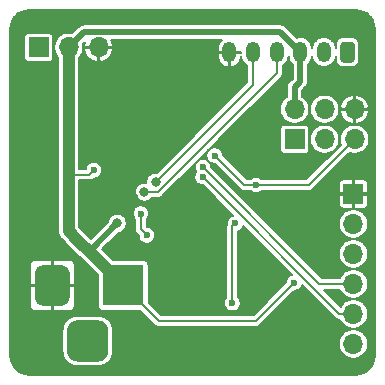
<source format=gbl>
%TF.GenerationSoftware,KiCad,Pcbnew,(5.1.12)-1*%
%TF.CreationDate,2021-12-20T15:12:04-08:00*%
%TF.ProjectId,controlBoard,636f6e74-726f-46c4-926f-6172642e6b69,rev?*%
%TF.SameCoordinates,Original*%
%TF.FileFunction,Copper,L2,Bot*%
%TF.FilePolarity,Positive*%
%FSLAX46Y46*%
G04 Gerber Fmt 4.6, Leading zero omitted, Abs format (unit mm)*
G04 Created by KiCad (PCBNEW (5.1.12)-1) date 2021-12-20 15:12:04*
%MOMM*%
%LPD*%
G01*
G04 APERTURE LIST*
%TA.AperFunction,ComponentPad*%
%ADD10O,1.200000X1.750000*%
%TD*%
%TA.AperFunction,ComponentPad*%
%ADD11O,1.700000X1.700000*%
%TD*%
%TA.AperFunction,ComponentPad*%
%ADD12R,1.700000X1.700000*%
%TD*%
%TA.AperFunction,ComponentPad*%
%ADD13R,3.500000X3.500000*%
%TD*%
%TA.AperFunction,ViaPad*%
%ADD14C,0.800000*%
%TD*%
%TA.AperFunction,ViaPad*%
%ADD15C,0.600000*%
%TD*%
%TA.AperFunction,Conductor*%
%ADD16C,0.500000*%
%TD*%
%TA.AperFunction,Conductor*%
%ADD17C,1.000000*%
%TD*%
%TA.AperFunction,Conductor*%
%ADD18C,0.200000*%
%TD*%
%TA.AperFunction,Conductor*%
%ADD19C,0.100000*%
%TD*%
G04 APERTURE END LIST*
D10*
X159750000Y-73250000D03*
X161750000Y-73250000D03*
X163750000Y-73250000D03*
X165750000Y-73250000D03*
X167750000Y-73250000D03*
%TA.AperFunction,ComponentPad*%
G36*
G01*
X170350000Y-72624999D02*
X170350000Y-73875001D01*
G75*
G02*
X170100001Y-74125000I-249999J0D01*
G01*
X169399999Y-74125000D01*
G75*
G02*
X169150000Y-73875001I0J249999D01*
G01*
X169150000Y-72624999D01*
G75*
G02*
X169399999Y-72375000I249999J0D01*
G01*
X170100001Y-72375000D01*
G75*
G02*
X170350000Y-72624999I0J-249999D01*
G01*
G37*
%TD.AperFunction*%
D11*
X170250000Y-97950000D03*
X170250000Y-95410000D03*
X170250000Y-92870000D03*
X170250000Y-90330000D03*
X170250000Y-87790000D03*
D12*
X170250000Y-85250000D03*
%TA.AperFunction,ComponentPad*%
G36*
G01*
X146000000Y-98575000D02*
X146000000Y-96825000D01*
G75*
G02*
X146875000Y-95950000I875000J0D01*
G01*
X148625000Y-95950000D01*
G75*
G02*
X149500000Y-96825000I0J-875000D01*
G01*
X149500000Y-98575000D01*
G75*
G02*
X148625000Y-99450000I-875000J0D01*
G01*
X146875000Y-99450000D01*
G75*
G02*
X146000000Y-98575000I0J875000D01*
G01*
G37*
%TD.AperFunction*%
%TA.AperFunction,ComponentPad*%
G36*
G01*
X143250000Y-94000000D02*
X143250000Y-92000000D01*
G75*
G02*
X144000000Y-91250000I750000J0D01*
G01*
X145500000Y-91250000D01*
G75*
G02*
X146250000Y-92000000I0J-750000D01*
G01*
X146250000Y-94000000D01*
G75*
G02*
X145500000Y-94750000I-750000J0D01*
G01*
X144000000Y-94750000D01*
G75*
G02*
X143250000Y-94000000I0J750000D01*
G01*
G37*
%TD.AperFunction*%
D13*
X150750000Y-93000000D03*
D11*
X170346200Y-78084000D03*
X170346200Y-80624000D03*
X167806200Y-78084000D03*
X167806200Y-80624000D03*
X165266200Y-78084000D03*
D12*
X165266200Y-80624000D03*
D11*
X148680000Y-72851600D03*
X146140000Y-72851600D03*
D12*
X143600000Y-72851600D03*
D14*
X150250000Y-87750000D03*
D15*
X165250000Y-92750000D03*
X148250000Y-83250000D03*
X147500000Y-85250000D03*
X150500000Y-77250000D03*
X154750000Y-79750000D03*
X151750000Y-85500000D03*
X142250000Y-83750000D03*
X150500000Y-83750000D03*
X156000000Y-84000000D03*
X149500000Y-82250000D03*
X148500000Y-76250000D03*
D14*
X162560000Y-86360000D03*
X168000000Y-91750000D03*
D15*
X152750000Y-88750000D03*
X152250000Y-86909800D03*
X160000000Y-94500000D03*
X160250000Y-87750000D03*
X158500000Y-82000000D03*
X162000000Y-84500000D03*
X157475737Y-83824266D03*
X157500000Y-83000000D03*
D14*
X153500000Y-84250000D03*
X152554987Y-85097507D03*
D16*
X146875000Y-88875000D02*
X146875000Y-89125000D01*
D17*
X146875000Y-89125000D02*
X146140000Y-88390000D01*
D16*
X164051599Y-71551599D02*
X165750000Y-73250000D01*
X147440001Y-71551599D02*
X164051599Y-71551599D01*
X146140000Y-72851600D02*
X147440001Y-71551599D01*
X165266200Y-78084000D02*
X165266200Y-76233800D01*
X165750000Y-75750000D02*
X165750000Y-73250000D01*
X165266200Y-76233800D02*
X165750000Y-75750000D01*
D18*
X165250000Y-92750000D02*
X162000000Y-96000000D01*
X153750000Y-96000000D02*
X150750000Y-93000000D01*
X162000000Y-96000000D02*
X153750000Y-96000000D01*
X147890000Y-83610000D02*
X146140000Y-83610000D01*
D17*
X146140000Y-83610000D02*
X146140000Y-72851600D01*
D18*
X148250000Y-83250000D02*
X147890000Y-83610000D01*
D17*
X146140000Y-88390000D02*
X146140000Y-83610000D01*
D16*
X148125000Y-89875000D02*
X148125000Y-90375000D01*
X150250000Y-87750000D02*
X148125000Y-89875000D01*
D17*
X148125000Y-90375000D02*
X146875000Y-89125000D01*
X150750000Y-93000000D02*
X148125000Y-90375000D01*
D18*
X152250000Y-88250000D02*
X152250000Y-86909800D01*
X152750000Y-88750000D02*
X152250000Y-88250000D01*
X160000000Y-88000000D02*
X160250000Y-87750000D01*
X160000000Y-94500000D02*
X160000000Y-88000000D01*
X161000000Y-84500000D02*
X162000000Y-84500000D01*
X158500000Y-82000000D02*
X161000000Y-84500000D01*
X166470200Y-84500000D02*
X163175000Y-84500000D01*
X170346200Y-80624000D02*
X166470200Y-84500000D01*
X162000000Y-84500000D02*
X163175000Y-84500000D01*
X169061471Y-95410000D02*
X170250000Y-95410000D01*
X157475737Y-83824266D02*
X169061471Y-95410000D01*
X167370000Y-92870000D02*
X170250000Y-92870000D01*
X157500000Y-83000000D02*
X167370000Y-92870000D01*
X161750000Y-76000000D02*
X161750000Y-73250000D01*
X153500000Y-84250000D02*
X161750000Y-76000000D01*
X163750000Y-75036002D02*
X163750000Y-73250000D01*
X153688495Y-85097507D02*
X163750000Y-75036002D01*
X152554987Y-85097507D02*
X153688495Y-85097507D01*
X170800642Y-69731636D02*
X171089839Y-69818950D01*
X171356563Y-69960770D01*
X171590666Y-70151701D01*
X171783219Y-70384457D01*
X171926899Y-70650189D01*
X172016227Y-70938760D01*
X172050001Y-71260098D01*
X172050000Y-98977994D01*
X172018364Y-99300642D01*
X171931050Y-99589839D01*
X171789230Y-99856563D01*
X171598303Y-100090662D01*
X171365544Y-100283219D01*
X171099812Y-100426899D01*
X170811238Y-100516227D01*
X170489912Y-100550000D01*
X142772006Y-100550000D01*
X142449358Y-100518364D01*
X142160161Y-100431050D01*
X141893437Y-100289230D01*
X141659338Y-100098303D01*
X141466781Y-99865544D01*
X141323101Y-99599812D01*
X141233773Y-99311238D01*
X141200000Y-98989912D01*
X141200000Y-96825000D01*
X145598065Y-96825000D01*
X145598065Y-98575000D01*
X145622601Y-98824118D01*
X145695266Y-99063662D01*
X145813267Y-99284427D01*
X145972071Y-99477929D01*
X146165573Y-99636733D01*
X146386338Y-99754734D01*
X146625882Y-99827399D01*
X146875000Y-99851935D01*
X148625000Y-99851935D01*
X148874118Y-99827399D01*
X149113662Y-99754734D01*
X149334427Y-99636733D01*
X149527929Y-99477929D01*
X149686733Y-99284427D01*
X149804734Y-99063662D01*
X149877399Y-98824118D01*
X149901935Y-98575000D01*
X149901935Y-97826886D01*
X169000000Y-97826886D01*
X169000000Y-98073114D01*
X169048037Y-98314611D01*
X169142265Y-98542097D01*
X169279062Y-98746828D01*
X169453172Y-98920938D01*
X169657903Y-99057735D01*
X169885389Y-99151963D01*
X170126886Y-99200000D01*
X170373114Y-99200000D01*
X170614611Y-99151963D01*
X170842097Y-99057735D01*
X171046828Y-98920938D01*
X171220938Y-98746828D01*
X171357735Y-98542097D01*
X171451963Y-98314611D01*
X171500000Y-98073114D01*
X171500000Y-97826886D01*
X171451963Y-97585389D01*
X171357735Y-97357903D01*
X171220938Y-97153172D01*
X171046828Y-96979062D01*
X170842097Y-96842265D01*
X170614611Y-96748037D01*
X170373114Y-96700000D01*
X170126886Y-96700000D01*
X169885389Y-96748037D01*
X169657903Y-96842265D01*
X169453172Y-96979062D01*
X169279062Y-97153172D01*
X169142265Y-97357903D01*
X169048037Y-97585389D01*
X169000000Y-97826886D01*
X149901935Y-97826886D01*
X149901935Y-96825000D01*
X149877399Y-96575882D01*
X149804734Y-96336338D01*
X149686733Y-96115573D01*
X149527929Y-95922071D01*
X149334427Y-95763267D01*
X149113662Y-95645266D01*
X148874118Y-95572601D01*
X148625000Y-95548065D01*
X146875000Y-95548065D01*
X146625882Y-95572601D01*
X146386338Y-95645266D01*
X146165573Y-95763267D01*
X145972071Y-95922071D01*
X145813267Y-96115573D01*
X145695266Y-96336338D01*
X145622601Y-96575882D01*
X145598065Y-96825000D01*
X141200000Y-96825000D01*
X141200000Y-94750000D01*
X142848065Y-94750000D01*
X142855788Y-94828414D01*
X142878660Y-94903814D01*
X142915803Y-94973303D01*
X142965789Y-95034211D01*
X143026697Y-95084197D01*
X143096186Y-95121340D01*
X143171586Y-95144212D01*
X143250000Y-95151935D01*
X144600000Y-95150000D01*
X144700000Y-95050000D01*
X144700000Y-93050000D01*
X144800000Y-93050000D01*
X144800000Y-95050000D01*
X144900000Y-95150000D01*
X146250000Y-95151935D01*
X146328414Y-95144212D01*
X146403814Y-95121340D01*
X146473303Y-95084197D01*
X146534211Y-95034211D01*
X146584197Y-94973303D01*
X146621340Y-94903814D01*
X146644212Y-94828414D01*
X146651935Y-94750000D01*
X146650000Y-93150000D01*
X146550000Y-93050000D01*
X144800000Y-93050000D01*
X144700000Y-93050000D01*
X142950000Y-93050000D01*
X142850000Y-93150000D01*
X142848065Y-94750000D01*
X141200000Y-94750000D01*
X141200000Y-91250000D01*
X142848065Y-91250000D01*
X142850000Y-92850000D01*
X142950000Y-92950000D01*
X144700000Y-92950000D01*
X144700000Y-90950000D01*
X144800000Y-90950000D01*
X144800000Y-92950000D01*
X146550000Y-92950000D01*
X146650000Y-92850000D01*
X146651935Y-91250000D01*
X146644212Y-91171586D01*
X146621340Y-91096186D01*
X146584197Y-91026697D01*
X146534211Y-90965789D01*
X146473303Y-90915803D01*
X146403814Y-90878660D01*
X146328414Y-90855788D01*
X146250000Y-90848065D01*
X144900000Y-90850000D01*
X144800000Y-90950000D01*
X144700000Y-90950000D01*
X144600000Y-90850000D01*
X143250000Y-90848065D01*
X143171586Y-90855788D01*
X143096186Y-90878660D01*
X143026697Y-90915803D01*
X142965789Y-90965789D01*
X142915803Y-91026697D01*
X142878660Y-91096186D01*
X142855788Y-91171586D01*
X142848065Y-91250000D01*
X141200000Y-91250000D01*
X141200000Y-72001600D01*
X142348065Y-72001600D01*
X142348065Y-73701600D01*
X142355788Y-73780014D01*
X142378660Y-73855414D01*
X142415803Y-73924903D01*
X142465789Y-73985811D01*
X142526697Y-74035797D01*
X142596186Y-74072940D01*
X142671586Y-74095812D01*
X142750000Y-74103535D01*
X144450000Y-74103535D01*
X144528414Y-74095812D01*
X144603814Y-74072940D01*
X144673303Y-74035797D01*
X144734211Y-73985811D01*
X144784197Y-73924903D01*
X144821340Y-73855414D01*
X144844212Y-73780014D01*
X144851935Y-73701600D01*
X144851935Y-72728486D01*
X144890000Y-72728486D01*
X144890000Y-72974714D01*
X144938037Y-73216211D01*
X145032265Y-73443697D01*
X145169062Y-73648428D01*
X145240001Y-73719367D01*
X145240000Y-83654206D01*
X145240001Y-83654216D01*
X145240000Y-88345793D01*
X145235646Y-88390000D01*
X145240000Y-88434206D01*
X145253023Y-88566430D01*
X145304486Y-88736080D01*
X145388057Y-88892431D01*
X145500525Y-89029475D01*
X145534865Y-89057657D01*
X146269862Y-89792655D01*
X146269867Y-89792659D01*
X147519862Y-91042655D01*
X147519868Y-91042660D01*
X148598065Y-92120857D01*
X148598065Y-94750000D01*
X148605788Y-94828414D01*
X148628660Y-94903814D01*
X148665803Y-94973303D01*
X148715789Y-95034211D01*
X148776697Y-95084197D01*
X148846186Y-95121340D01*
X148921586Y-95144212D01*
X149000000Y-95151935D01*
X152194829Y-95151935D01*
X153379080Y-96336187D01*
X153394736Y-96355264D01*
X153470871Y-96417746D01*
X153557733Y-96464175D01*
X153651983Y-96492765D01*
X153750000Y-96502419D01*
X153774560Y-96500000D01*
X161975440Y-96500000D01*
X162000000Y-96502419D01*
X162024560Y-96500000D01*
X162098017Y-96492765D01*
X162192267Y-96464175D01*
X162279129Y-96417746D01*
X162355264Y-96355264D01*
X162370929Y-96336176D01*
X165257106Y-93450000D01*
X165318944Y-93450000D01*
X165454182Y-93423099D01*
X165581574Y-93370332D01*
X165696224Y-93293726D01*
X165793726Y-93196224D01*
X165870332Y-93081574D01*
X165915908Y-92971543D01*
X168690546Y-95746181D01*
X168706207Y-95765264D01*
X168782342Y-95827746D01*
X168869204Y-95874175D01*
X168963454Y-95902765D01*
X169036911Y-95910000D01*
X169036912Y-95910000D01*
X169061470Y-95912419D01*
X169086028Y-95910000D01*
X169104117Y-95910000D01*
X169142265Y-96002097D01*
X169279062Y-96206828D01*
X169453172Y-96380938D01*
X169657903Y-96517735D01*
X169885389Y-96611963D01*
X170126886Y-96660000D01*
X170373114Y-96660000D01*
X170614611Y-96611963D01*
X170842097Y-96517735D01*
X171046828Y-96380938D01*
X171220938Y-96206828D01*
X171357735Y-96002097D01*
X171451963Y-95774611D01*
X171500000Y-95533114D01*
X171500000Y-95286886D01*
X171451963Y-95045389D01*
X171357735Y-94817903D01*
X171220938Y-94613172D01*
X171046828Y-94439062D01*
X170842097Y-94302265D01*
X170614611Y-94208037D01*
X170373114Y-94160000D01*
X170126886Y-94160000D01*
X169885389Y-94208037D01*
X169657903Y-94302265D01*
X169453172Y-94439062D01*
X169279062Y-94613172D01*
X169155970Y-94797393D01*
X167728577Y-93370000D01*
X169104117Y-93370000D01*
X169142265Y-93462097D01*
X169279062Y-93666828D01*
X169453172Y-93840938D01*
X169657903Y-93977735D01*
X169885389Y-94071963D01*
X170126886Y-94120000D01*
X170373114Y-94120000D01*
X170614611Y-94071963D01*
X170842097Y-93977735D01*
X171046828Y-93840938D01*
X171220938Y-93666828D01*
X171357735Y-93462097D01*
X171451963Y-93234611D01*
X171500000Y-92993114D01*
X171500000Y-92746886D01*
X171451963Y-92505389D01*
X171357735Y-92277903D01*
X171220938Y-92073172D01*
X171046828Y-91899062D01*
X170842097Y-91762265D01*
X170614611Y-91668037D01*
X170373114Y-91620000D01*
X170126886Y-91620000D01*
X169885389Y-91668037D01*
X169657903Y-91762265D01*
X169453172Y-91899062D01*
X169279062Y-92073172D01*
X169142265Y-92277903D01*
X169104117Y-92370000D01*
X167577107Y-92370000D01*
X165413993Y-90206886D01*
X169000000Y-90206886D01*
X169000000Y-90453114D01*
X169048037Y-90694611D01*
X169142265Y-90922097D01*
X169279062Y-91126828D01*
X169453172Y-91300938D01*
X169657903Y-91437735D01*
X169885389Y-91531963D01*
X170126886Y-91580000D01*
X170373114Y-91580000D01*
X170614611Y-91531963D01*
X170842097Y-91437735D01*
X171046828Y-91300938D01*
X171220938Y-91126828D01*
X171357735Y-90922097D01*
X171451963Y-90694611D01*
X171500000Y-90453114D01*
X171500000Y-90206886D01*
X171451963Y-89965389D01*
X171357735Y-89737903D01*
X171220938Y-89533172D01*
X171046828Y-89359062D01*
X170842097Y-89222265D01*
X170614611Y-89128037D01*
X170373114Y-89080000D01*
X170126886Y-89080000D01*
X169885389Y-89128037D01*
X169657903Y-89222265D01*
X169453172Y-89359062D01*
X169279062Y-89533172D01*
X169142265Y-89737903D01*
X169048037Y-89965389D01*
X169000000Y-90206886D01*
X165413993Y-90206886D01*
X162873993Y-87666886D01*
X169000000Y-87666886D01*
X169000000Y-87913114D01*
X169048037Y-88154611D01*
X169142265Y-88382097D01*
X169279062Y-88586828D01*
X169453172Y-88760938D01*
X169657903Y-88897735D01*
X169885389Y-88991963D01*
X170126886Y-89040000D01*
X170373114Y-89040000D01*
X170614611Y-88991963D01*
X170842097Y-88897735D01*
X171046828Y-88760938D01*
X171220938Y-88586828D01*
X171357735Y-88382097D01*
X171451963Y-88154611D01*
X171500000Y-87913114D01*
X171500000Y-87666886D01*
X171451963Y-87425389D01*
X171357735Y-87197903D01*
X171220938Y-86993172D01*
X171046828Y-86819062D01*
X170842097Y-86682265D01*
X170614611Y-86588037D01*
X170373114Y-86540000D01*
X170126886Y-86540000D01*
X169885389Y-86588037D01*
X169657903Y-86682265D01*
X169453172Y-86819062D01*
X169279062Y-86993172D01*
X169142265Y-87197903D01*
X169048037Y-87425389D01*
X169000000Y-87666886D01*
X162873993Y-87666886D01*
X161307106Y-86100000D01*
X168998065Y-86100000D01*
X169005788Y-86178414D01*
X169028660Y-86253814D01*
X169065803Y-86323303D01*
X169115789Y-86384211D01*
X169176697Y-86434197D01*
X169246186Y-86471340D01*
X169321586Y-86494212D01*
X169400000Y-86501935D01*
X170100000Y-86500000D01*
X170200000Y-86400000D01*
X170200000Y-85300000D01*
X170300000Y-85300000D01*
X170300000Y-86400000D01*
X170400000Y-86500000D01*
X171100000Y-86501935D01*
X171178414Y-86494212D01*
X171253814Y-86471340D01*
X171323303Y-86434197D01*
X171384211Y-86384211D01*
X171434197Y-86323303D01*
X171471340Y-86253814D01*
X171494212Y-86178414D01*
X171501935Y-86100000D01*
X171500000Y-85400000D01*
X171400000Y-85300000D01*
X170300000Y-85300000D01*
X170200000Y-85300000D01*
X169100000Y-85300000D01*
X169000000Y-85400000D01*
X168998065Y-86100000D01*
X161307106Y-86100000D01*
X158200000Y-82992895D01*
X158200000Y-82931056D01*
X158173099Y-82795818D01*
X158120332Y-82668426D01*
X158043726Y-82553776D01*
X157946224Y-82456274D01*
X157831574Y-82379668D01*
X157704182Y-82326901D01*
X157568944Y-82300000D01*
X157431056Y-82300000D01*
X157295818Y-82326901D01*
X157168426Y-82379668D01*
X157053776Y-82456274D01*
X156956274Y-82553776D01*
X156879668Y-82668426D01*
X156826901Y-82795818D01*
X156800000Y-82931056D01*
X156800000Y-83068944D01*
X156826901Y-83204182D01*
X156879668Y-83331574D01*
X156921364Y-83393977D01*
X156855405Y-83492692D01*
X156802638Y-83620084D01*
X156775737Y-83755322D01*
X156775737Y-83893210D01*
X156802638Y-84028448D01*
X156855405Y-84155840D01*
X156932011Y-84270490D01*
X157029513Y-84367992D01*
X157144163Y-84444598D01*
X157271555Y-84497365D01*
X157406793Y-84524266D01*
X157468632Y-84524266D01*
X160028458Y-87084092D01*
X159918426Y-87129668D01*
X159803776Y-87206274D01*
X159706274Y-87303776D01*
X159629668Y-87418426D01*
X159576901Y-87545818D01*
X159550000Y-87681056D01*
X159550000Y-87781216D01*
X159535826Y-87807733D01*
X159507235Y-87901983D01*
X159497581Y-88000000D01*
X159500001Y-88024570D01*
X159500000Y-94010050D01*
X159456274Y-94053776D01*
X159379668Y-94168426D01*
X159326901Y-94295818D01*
X159300000Y-94431056D01*
X159300000Y-94568944D01*
X159326901Y-94704182D01*
X159379668Y-94831574D01*
X159456274Y-94946224D01*
X159553776Y-95043726D01*
X159668426Y-95120332D01*
X159795818Y-95173099D01*
X159931056Y-95200000D01*
X160068944Y-95200000D01*
X160204182Y-95173099D01*
X160331574Y-95120332D01*
X160446224Y-95043726D01*
X160543726Y-94946224D01*
X160620332Y-94831574D01*
X160673099Y-94704182D01*
X160700000Y-94568944D01*
X160700000Y-94431056D01*
X160673099Y-94295818D01*
X160620332Y-94168426D01*
X160543726Y-94053776D01*
X160500000Y-94010050D01*
X160500000Y-88404121D01*
X160581574Y-88370332D01*
X160696224Y-88293726D01*
X160793726Y-88196224D01*
X160870332Y-88081574D01*
X160915908Y-87971542D01*
X165028457Y-92084092D01*
X164918426Y-92129668D01*
X164803776Y-92206274D01*
X164706274Y-92303776D01*
X164629668Y-92418426D01*
X164576901Y-92545818D01*
X164550000Y-92681056D01*
X164550000Y-92742894D01*
X161792895Y-95500000D01*
X153957107Y-95500000D01*
X152901935Y-94444829D01*
X152901935Y-91250000D01*
X152894212Y-91171586D01*
X152871340Y-91096186D01*
X152834197Y-91026697D01*
X152784211Y-90965789D01*
X152723303Y-90915803D01*
X152653814Y-90878660D01*
X152578414Y-90855788D01*
X152500000Y-90848065D01*
X149870857Y-90848065D01*
X148971015Y-89948223D01*
X150379280Y-88539958D01*
X150483351Y-88519257D01*
X150628942Y-88458951D01*
X150759970Y-88371401D01*
X150871401Y-88259970D01*
X150958951Y-88128942D01*
X151019257Y-87983351D01*
X151050000Y-87828793D01*
X151050000Y-87671207D01*
X151019257Y-87516649D01*
X150958951Y-87371058D01*
X150871401Y-87240030D01*
X150759970Y-87128599D01*
X150628942Y-87041049D01*
X150483351Y-86980743D01*
X150328793Y-86950000D01*
X150171207Y-86950000D01*
X150016649Y-86980743D01*
X149871058Y-87041049D01*
X149740030Y-87128599D01*
X149628599Y-87240030D01*
X149541049Y-87371058D01*
X149480743Y-87516649D01*
X149460042Y-87620720D01*
X148051777Y-89028985D01*
X147542659Y-88519867D01*
X147542655Y-88519862D01*
X147040000Y-88017208D01*
X147040000Y-86840856D01*
X151550000Y-86840856D01*
X151550000Y-86978744D01*
X151576901Y-87113982D01*
X151629668Y-87241374D01*
X151706274Y-87356024D01*
X151750001Y-87399751D01*
X151750000Y-88225440D01*
X151747581Y-88250000D01*
X151750000Y-88274559D01*
X151757235Y-88348016D01*
X151785825Y-88442266D01*
X151832254Y-88529129D01*
X151894736Y-88605264D01*
X151913823Y-88620929D01*
X152050000Y-88757106D01*
X152050000Y-88818944D01*
X152076901Y-88954182D01*
X152129668Y-89081574D01*
X152206274Y-89196224D01*
X152303776Y-89293726D01*
X152418426Y-89370332D01*
X152545818Y-89423099D01*
X152681056Y-89450000D01*
X152818944Y-89450000D01*
X152954182Y-89423099D01*
X153081574Y-89370332D01*
X153196224Y-89293726D01*
X153293726Y-89196224D01*
X153370332Y-89081574D01*
X153423099Y-88954182D01*
X153450000Y-88818944D01*
X153450000Y-88681056D01*
X153423099Y-88545818D01*
X153370332Y-88418426D01*
X153293726Y-88303776D01*
X153196224Y-88206274D01*
X153081574Y-88129668D01*
X152954182Y-88076901D01*
X152818944Y-88050000D01*
X152757106Y-88050000D01*
X152750000Y-88042894D01*
X152750000Y-87399750D01*
X152793726Y-87356024D01*
X152870332Y-87241374D01*
X152923099Y-87113982D01*
X152950000Y-86978744D01*
X152950000Y-86840856D01*
X152923099Y-86705618D01*
X152870332Y-86578226D01*
X152793726Y-86463576D01*
X152696224Y-86366074D01*
X152581574Y-86289468D01*
X152454182Y-86236701D01*
X152318944Y-86209800D01*
X152181056Y-86209800D01*
X152045818Y-86236701D01*
X151918426Y-86289468D01*
X151803776Y-86366074D01*
X151706274Y-86463576D01*
X151629668Y-86578226D01*
X151576901Y-86705618D01*
X151550000Y-86840856D01*
X147040000Y-86840856D01*
X147040000Y-84110000D01*
X147865440Y-84110000D01*
X147890000Y-84112419D01*
X147914560Y-84110000D01*
X147988017Y-84102765D01*
X148082267Y-84074175D01*
X148169129Y-84027746D01*
X148245264Y-83965264D01*
X148257791Y-83950000D01*
X148318944Y-83950000D01*
X148454182Y-83923099D01*
X148581574Y-83870332D01*
X148696224Y-83793726D01*
X148793726Y-83696224D01*
X148870332Y-83581574D01*
X148923099Y-83454182D01*
X148950000Y-83318944D01*
X148950000Y-83181056D01*
X148923099Y-83045818D01*
X148870332Y-82918426D01*
X148793726Y-82803776D01*
X148696224Y-82706274D01*
X148581574Y-82629668D01*
X148454182Y-82576901D01*
X148318944Y-82550000D01*
X148181056Y-82550000D01*
X148045818Y-82576901D01*
X147918426Y-82629668D01*
X147803776Y-82706274D01*
X147706274Y-82803776D01*
X147629668Y-82918426D01*
X147576901Y-83045818D01*
X147564134Y-83110000D01*
X147040000Y-83110000D01*
X147040000Y-73719366D01*
X147110938Y-73648428D01*
X147247735Y-73443697D01*
X147341963Y-73216211D01*
X147365800Y-73096371D01*
X147454197Y-73096371D01*
X147525503Y-73330810D01*
X147641176Y-73546833D01*
X147796770Y-73736139D01*
X147986306Y-73891452D01*
X148202500Y-74006805D01*
X148435229Y-74077401D01*
X148630000Y-74000513D01*
X148630000Y-72901600D01*
X148730000Y-72901600D01*
X148730000Y-74000513D01*
X148924771Y-74077401D01*
X149157500Y-74006805D01*
X149373694Y-73891452D01*
X149563230Y-73736139D01*
X149718824Y-73546833D01*
X149834497Y-73330810D01*
X149843868Y-73300000D01*
X158750000Y-73300000D01*
X158750000Y-73575000D01*
X158778969Y-73769130D01*
X158845254Y-73953878D01*
X158946308Y-74122144D01*
X159078248Y-74267463D01*
X159236003Y-74384249D01*
X159413510Y-74468015D01*
X159544377Y-74503631D01*
X159700000Y-74423610D01*
X159700000Y-73300000D01*
X158750000Y-73300000D01*
X149843868Y-73300000D01*
X149905803Y-73096371D01*
X149829002Y-72901600D01*
X148730000Y-72901600D01*
X148630000Y-72901600D01*
X147530998Y-72901600D01*
X147454197Y-73096371D01*
X147365800Y-73096371D01*
X147390000Y-72974714D01*
X147390000Y-72728486D01*
X147355549Y-72555290D01*
X147519844Y-72390994D01*
X147454197Y-72606829D01*
X147530998Y-72801600D01*
X148630000Y-72801600D01*
X148630000Y-72781600D01*
X148730000Y-72781600D01*
X148730000Y-72801600D01*
X149829002Y-72801600D01*
X149905803Y-72606829D01*
X149834497Y-72372390D01*
X149743044Y-72201599D01*
X159120039Y-72201599D01*
X159078248Y-72232537D01*
X158946308Y-72377856D01*
X158845254Y-72546122D01*
X158778969Y-72730870D01*
X158750000Y-72925000D01*
X158750000Y-73200000D01*
X159700000Y-73200000D01*
X159700000Y-73180000D01*
X159800000Y-73180000D01*
X159800000Y-73200000D01*
X160750000Y-73200000D01*
X160750000Y-73300000D01*
X159800000Y-73300000D01*
X159800000Y-74423610D01*
X159955623Y-74503631D01*
X160086490Y-74468015D01*
X160263997Y-74384249D01*
X160421752Y-74267463D01*
X160553692Y-74122144D01*
X160654746Y-73953878D01*
X160721031Y-73769130D01*
X160750000Y-73575000D01*
X160750000Y-73574120D01*
X160764470Y-73721033D01*
X160821651Y-73909534D01*
X160914508Y-74083258D01*
X161039472Y-74235528D01*
X161191742Y-74360492D01*
X161250001Y-74391632D01*
X161250000Y-75792893D01*
X153590555Y-83452340D01*
X153578793Y-83450000D01*
X153421207Y-83450000D01*
X153266649Y-83480743D01*
X153121058Y-83541049D01*
X152990030Y-83628599D01*
X152878599Y-83740030D01*
X152791049Y-83871058D01*
X152730743Y-84016649D01*
X152700000Y-84171207D01*
X152700000Y-84310679D01*
X152633780Y-84297507D01*
X152476194Y-84297507D01*
X152321636Y-84328250D01*
X152176045Y-84388556D01*
X152045017Y-84476106D01*
X151933586Y-84587537D01*
X151846036Y-84718565D01*
X151785730Y-84864156D01*
X151754987Y-85018714D01*
X151754987Y-85176300D01*
X151785730Y-85330858D01*
X151846036Y-85476449D01*
X151933586Y-85607477D01*
X152045017Y-85718908D01*
X152176045Y-85806458D01*
X152321636Y-85866764D01*
X152476194Y-85897507D01*
X152633780Y-85897507D01*
X152788338Y-85866764D01*
X152933929Y-85806458D01*
X153064957Y-85718908D01*
X153176388Y-85607477D01*
X153183050Y-85597507D01*
X153663935Y-85597507D01*
X153688495Y-85599926D01*
X153713055Y-85597507D01*
X153786512Y-85590272D01*
X153880762Y-85561682D01*
X153967624Y-85515253D01*
X154043759Y-85452771D01*
X154059424Y-85433683D01*
X157562051Y-81931056D01*
X157800000Y-81931056D01*
X157800000Y-82068944D01*
X157826901Y-82204182D01*
X157879668Y-82331574D01*
X157956274Y-82446224D01*
X158053776Y-82543726D01*
X158168426Y-82620332D01*
X158295818Y-82673099D01*
X158431056Y-82700000D01*
X158492895Y-82700000D01*
X160629075Y-84836181D01*
X160644736Y-84855264D01*
X160720871Y-84917746D01*
X160807733Y-84964175D01*
X160901983Y-84992765D01*
X161000000Y-85002419D01*
X161024560Y-85000000D01*
X161510050Y-85000000D01*
X161553776Y-85043726D01*
X161668426Y-85120332D01*
X161795818Y-85173099D01*
X161931056Y-85200000D01*
X162068944Y-85200000D01*
X162204182Y-85173099D01*
X162331574Y-85120332D01*
X162446224Y-85043726D01*
X162489950Y-85000000D01*
X166445640Y-85000000D01*
X166470200Y-85002419D01*
X166494760Y-85000000D01*
X166568217Y-84992765D01*
X166662467Y-84964175D01*
X166749329Y-84917746D01*
X166825464Y-84855264D01*
X166841129Y-84836176D01*
X167277305Y-84400000D01*
X168998065Y-84400000D01*
X169000000Y-85100000D01*
X169100000Y-85200000D01*
X170200000Y-85200000D01*
X170200000Y-84100000D01*
X170300000Y-84100000D01*
X170300000Y-85200000D01*
X171400000Y-85200000D01*
X171500000Y-85100000D01*
X171501935Y-84400000D01*
X171494212Y-84321586D01*
X171471340Y-84246186D01*
X171434197Y-84176697D01*
X171384211Y-84115789D01*
X171323303Y-84065803D01*
X171253814Y-84028660D01*
X171178414Y-84005788D01*
X171100000Y-83998065D01*
X170400000Y-84000000D01*
X170300000Y-84100000D01*
X170200000Y-84100000D01*
X170100000Y-84000000D01*
X169400000Y-83998065D01*
X169321586Y-84005788D01*
X169246186Y-84028660D01*
X169176697Y-84065803D01*
X169115789Y-84115789D01*
X169065803Y-84176697D01*
X169028660Y-84246186D01*
X169005788Y-84321586D01*
X168998065Y-84400000D01*
X167277305Y-84400000D01*
X169889492Y-81787815D01*
X169981589Y-81825963D01*
X170223086Y-81874000D01*
X170469314Y-81874000D01*
X170710811Y-81825963D01*
X170938297Y-81731735D01*
X171143028Y-81594938D01*
X171317138Y-81420828D01*
X171453935Y-81216097D01*
X171548163Y-80988611D01*
X171596200Y-80747114D01*
X171596200Y-80500886D01*
X171548163Y-80259389D01*
X171453935Y-80031903D01*
X171317138Y-79827172D01*
X171143028Y-79653062D01*
X170938297Y-79516265D01*
X170710811Y-79422037D01*
X170469314Y-79374000D01*
X170223086Y-79374000D01*
X169981589Y-79422037D01*
X169754103Y-79516265D01*
X169549372Y-79653062D01*
X169375262Y-79827172D01*
X169238465Y-80031903D01*
X169144237Y-80259389D01*
X169096200Y-80500886D01*
X169096200Y-80747114D01*
X169144237Y-80988611D01*
X169182385Y-81080708D01*
X166263095Y-84000000D01*
X162489950Y-84000000D01*
X162446224Y-83956274D01*
X162331574Y-83879668D01*
X162204182Y-83826901D01*
X162068944Y-83800000D01*
X161931056Y-83800000D01*
X161795818Y-83826901D01*
X161668426Y-83879668D01*
X161553776Y-83956274D01*
X161510050Y-84000000D01*
X161207106Y-84000000D01*
X159200000Y-81992895D01*
X159200000Y-81931056D01*
X159173099Y-81795818D01*
X159120332Y-81668426D01*
X159043726Y-81553776D01*
X158946224Y-81456274D01*
X158831574Y-81379668D01*
X158704182Y-81326901D01*
X158568944Y-81300000D01*
X158431056Y-81300000D01*
X158295818Y-81326901D01*
X158168426Y-81379668D01*
X158053776Y-81456274D01*
X157956274Y-81553776D01*
X157879668Y-81668426D01*
X157826901Y-81795818D01*
X157800000Y-81931056D01*
X157562051Y-81931056D01*
X159719107Y-79774000D01*
X164014265Y-79774000D01*
X164014265Y-81474000D01*
X164021988Y-81552414D01*
X164044860Y-81627814D01*
X164082003Y-81697303D01*
X164131989Y-81758211D01*
X164192897Y-81808197D01*
X164262386Y-81845340D01*
X164337786Y-81868212D01*
X164416200Y-81875935D01*
X166116200Y-81875935D01*
X166194614Y-81868212D01*
X166270014Y-81845340D01*
X166339503Y-81808197D01*
X166400411Y-81758211D01*
X166450397Y-81697303D01*
X166487540Y-81627814D01*
X166510412Y-81552414D01*
X166518135Y-81474000D01*
X166518135Y-80500886D01*
X166556200Y-80500886D01*
X166556200Y-80747114D01*
X166604237Y-80988611D01*
X166698465Y-81216097D01*
X166835262Y-81420828D01*
X167009372Y-81594938D01*
X167214103Y-81731735D01*
X167441589Y-81825963D01*
X167683086Y-81874000D01*
X167929314Y-81874000D01*
X168170811Y-81825963D01*
X168398297Y-81731735D01*
X168603028Y-81594938D01*
X168777138Y-81420828D01*
X168913935Y-81216097D01*
X169008163Y-80988611D01*
X169056200Y-80747114D01*
X169056200Y-80500886D01*
X169008163Y-80259389D01*
X168913935Y-80031903D01*
X168777138Y-79827172D01*
X168603028Y-79653062D01*
X168398297Y-79516265D01*
X168170811Y-79422037D01*
X167929314Y-79374000D01*
X167683086Y-79374000D01*
X167441589Y-79422037D01*
X167214103Y-79516265D01*
X167009372Y-79653062D01*
X166835262Y-79827172D01*
X166698465Y-80031903D01*
X166604237Y-80259389D01*
X166556200Y-80500886D01*
X166518135Y-80500886D01*
X166518135Y-79774000D01*
X166510412Y-79695586D01*
X166487540Y-79620186D01*
X166450397Y-79550697D01*
X166400411Y-79489789D01*
X166339503Y-79439803D01*
X166270014Y-79402660D01*
X166194614Y-79379788D01*
X166116200Y-79372065D01*
X164416200Y-79372065D01*
X164337786Y-79379788D01*
X164262386Y-79402660D01*
X164192897Y-79439803D01*
X164131989Y-79489789D01*
X164082003Y-79550697D01*
X164044860Y-79620186D01*
X164021988Y-79695586D01*
X164014265Y-79774000D01*
X159719107Y-79774000D01*
X164086187Y-75406922D01*
X164105264Y-75391266D01*
X164167746Y-75315131D01*
X164214175Y-75228269D01*
X164242765Y-75134019D01*
X164250000Y-75060562D01*
X164250000Y-75060561D01*
X164252419Y-75036002D01*
X164250000Y-75011442D01*
X164250000Y-74391631D01*
X164308258Y-74360492D01*
X164460528Y-74235528D01*
X164585492Y-74083258D01*
X164678349Y-73909535D01*
X164735530Y-73721034D01*
X164750000Y-73574120D01*
X164764470Y-73721033D01*
X164821651Y-73909534D01*
X164914508Y-74083258D01*
X165039472Y-74235528D01*
X165100001Y-74285202D01*
X165100000Y-75480761D01*
X164829157Y-75751605D01*
X164804358Y-75771957D01*
X164784005Y-75796757D01*
X164784002Y-75796760D01*
X164723130Y-75870932D01*
X164662773Y-75983853D01*
X164625606Y-76106378D01*
X164613056Y-76233800D01*
X164616201Y-76265731D01*
X164616201Y-77014954D01*
X164469372Y-77113062D01*
X164295262Y-77287172D01*
X164158465Y-77491903D01*
X164064237Y-77719389D01*
X164016200Y-77960886D01*
X164016200Y-78207114D01*
X164064237Y-78448611D01*
X164158465Y-78676097D01*
X164295262Y-78880828D01*
X164469372Y-79054938D01*
X164674103Y-79191735D01*
X164901589Y-79285963D01*
X165143086Y-79334000D01*
X165389314Y-79334000D01*
X165630811Y-79285963D01*
X165858297Y-79191735D01*
X166063028Y-79054938D01*
X166237138Y-78880828D01*
X166373935Y-78676097D01*
X166468163Y-78448611D01*
X166516200Y-78207114D01*
X166516200Y-77960886D01*
X166556200Y-77960886D01*
X166556200Y-78207114D01*
X166604237Y-78448611D01*
X166698465Y-78676097D01*
X166835262Y-78880828D01*
X167009372Y-79054938D01*
X167214103Y-79191735D01*
X167441589Y-79285963D01*
X167683086Y-79334000D01*
X167929314Y-79334000D01*
X168170811Y-79285963D01*
X168398297Y-79191735D01*
X168603028Y-79054938D01*
X168777138Y-78880828D01*
X168913935Y-78676097D01*
X169008163Y-78448611D01*
X169032000Y-78328771D01*
X169120397Y-78328771D01*
X169191703Y-78563210D01*
X169307376Y-78779233D01*
X169462970Y-78968539D01*
X169652506Y-79123852D01*
X169868700Y-79239205D01*
X170101429Y-79309801D01*
X170296200Y-79232913D01*
X170296200Y-78134000D01*
X170396200Y-78134000D01*
X170396200Y-79232913D01*
X170590971Y-79309801D01*
X170823700Y-79239205D01*
X171039894Y-79123852D01*
X171229430Y-78968539D01*
X171385024Y-78779233D01*
X171500697Y-78563210D01*
X171572003Y-78328771D01*
X171495202Y-78134000D01*
X170396200Y-78134000D01*
X170296200Y-78134000D01*
X169197198Y-78134000D01*
X169120397Y-78328771D01*
X169032000Y-78328771D01*
X169056200Y-78207114D01*
X169056200Y-77960886D01*
X169032001Y-77839229D01*
X169120397Y-77839229D01*
X169197198Y-78034000D01*
X170296200Y-78034000D01*
X170296200Y-76935087D01*
X170396200Y-76935087D01*
X170396200Y-78034000D01*
X171495202Y-78034000D01*
X171572003Y-77839229D01*
X171500697Y-77604790D01*
X171385024Y-77388767D01*
X171229430Y-77199461D01*
X171039894Y-77044148D01*
X170823700Y-76928795D01*
X170590971Y-76858199D01*
X170396200Y-76935087D01*
X170296200Y-76935087D01*
X170101429Y-76858199D01*
X169868700Y-76928795D01*
X169652506Y-77044148D01*
X169462970Y-77199461D01*
X169307376Y-77388767D01*
X169191703Y-77604790D01*
X169120397Y-77839229D01*
X169032001Y-77839229D01*
X169008163Y-77719389D01*
X168913935Y-77491903D01*
X168777138Y-77287172D01*
X168603028Y-77113062D01*
X168398297Y-76976265D01*
X168170811Y-76882037D01*
X167929314Y-76834000D01*
X167683086Y-76834000D01*
X167441589Y-76882037D01*
X167214103Y-76976265D01*
X167009372Y-77113062D01*
X166835262Y-77287172D01*
X166698465Y-77491903D01*
X166604237Y-77719389D01*
X166556200Y-77960886D01*
X166516200Y-77960886D01*
X166468163Y-77719389D01*
X166373935Y-77491903D01*
X166237138Y-77287172D01*
X166063028Y-77113062D01*
X165916200Y-77014955D01*
X165916200Y-76503038D01*
X166187044Y-76232195D01*
X166211843Y-76211843D01*
X166232196Y-76187043D01*
X166232199Y-76187040D01*
X166293070Y-76112868D01*
X166353427Y-75999948D01*
X166390595Y-75877422D01*
X166391234Y-75870932D01*
X166400000Y-75781932D01*
X166400000Y-75781924D01*
X166403144Y-75750000D01*
X166400000Y-75718076D01*
X166400000Y-74285202D01*
X166460528Y-74235528D01*
X166585492Y-74083258D01*
X166678349Y-73909535D01*
X166735530Y-73721034D01*
X166750000Y-73574120D01*
X166764470Y-73721033D01*
X166821651Y-73909534D01*
X166914508Y-74083258D01*
X167039472Y-74235528D01*
X167191742Y-74360492D01*
X167365465Y-74453349D01*
X167553966Y-74510530D01*
X167750000Y-74529838D01*
X167946033Y-74510530D01*
X168134534Y-74453349D01*
X168308258Y-74360492D01*
X168460528Y-74235528D01*
X168585492Y-74083258D01*
X168678349Y-73909535D01*
X168735530Y-73721034D01*
X168748065Y-73593766D01*
X168748065Y-73875001D01*
X168760592Y-74002187D01*
X168797691Y-74124485D01*
X168857936Y-74237196D01*
X168939012Y-74335988D01*
X169037804Y-74417064D01*
X169150515Y-74477309D01*
X169272813Y-74514408D01*
X169399999Y-74526935D01*
X170100001Y-74526935D01*
X170227187Y-74514408D01*
X170349485Y-74477309D01*
X170462196Y-74417064D01*
X170560988Y-74335988D01*
X170642064Y-74237196D01*
X170702309Y-74124485D01*
X170739408Y-74002187D01*
X170751935Y-73875001D01*
X170751935Y-72624999D01*
X170739408Y-72497813D01*
X170702309Y-72375515D01*
X170642064Y-72262804D01*
X170560988Y-72164012D01*
X170462196Y-72082936D01*
X170349485Y-72022691D01*
X170227187Y-71985592D01*
X170100001Y-71973065D01*
X169399999Y-71973065D01*
X169272813Y-71985592D01*
X169150515Y-72022691D01*
X169037804Y-72082936D01*
X168939012Y-72164012D01*
X168857936Y-72262804D01*
X168797691Y-72375515D01*
X168760592Y-72497813D01*
X168748065Y-72624999D01*
X168748065Y-72906235D01*
X168735530Y-72778967D01*
X168678349Y-72590465D01*
X168585492Y-72416742D01*
X168460528Y-72264472D01*
X168308258Y-72139508D01*
X168134535Y-72046651D01*
X167946034Y-71989470D01*
X167750000Y-71970162D01*
X167553967Y-71989470D01*
X167365466Y-72046651D01*
X167191743Y-72139508D01*
X167039473Y-72264472D01*
X166914509Y-72416742D01*
X166821651Y-72590465D01*
X166764470Y-72778966D01*
X166750000Y-72925880D01*
X166735530Y-72778967D01*
X166678349Y-72590465D01*
X166585492Y-72416742D01*
X166460528Y-72264472D01*
X166308258Y-72139508D01*
X166134535Y-72046651D01*
X165946034Y-71989470D01*
X165750000Y-71970162D01*
X165553967Y-71989470D01*
X165442516Y-72023278D01*
X164533799Y-71114561D01*
X164513442Y-71089756D01*
X164414467Y-71008529D01*
X164301547Y-70948172D01*
X164179021Y-70911004D01*
X164083531Y-70901599D01*
X164083520Y-70901599D01*
X164051599Y-70898455D01*
X164019678Y-70901599D01*
X147471922Y-70901599D01*
X147440000Y-70898455D01*
X147408079Y-70901599D01*
X147408069Y-70901599D01*
X147312579Y-70911004D01*
X147190053Y-70948172D01*
X147077133Y-71008529D01*
X147077131Y-71008530D01*
X147077132Y-71008530D01*
X147002960Y-71069401D01*
X147002958Y-71069403D01*
X146978158Y-71089756D01*
X146957805Y-71114556D01*
X146436310Y-71636051D01*
X146263114Y-71601600D01*
X146016886Y-71601600D01*
X145775389Y-71649637D01*
X145547903Y-71743865D01*
X145343172Y-71880662D01*
X145169062Y-72054772D01*
X145032265Y-72259503D01*
X144938037Y-72486989D01*
X144890000Y-72728486D01*
X144851935Y-72728486D01*
X144851935Y-72001600D01*
X144844212Y-71923186D01*
X144821340Y-71847786D01*
X144784197Y-71778297D01*
X144734211Y-71717389D01*
X144673303Y-71667403D01*
X144603814Y-71630260D01*
X144528414Y-71607388D01*
X144450000Y-71599665D01*
X142750000Y-71599665D01*
X142671586Y-71607388D01*
X142596186Y-71630260D01*
X142526697Y-71667403D01*
X142465789Y-71717389D01*
X142415803Y-71778297D01*
X142378660Y-71847786D01*
X142355788Y-71923186D01*
X142348065Y-72001600D01*
X141200000Y-72001600D01*
X141200000Y-71272006D01*
X141231636Y-70949358D01*
X141318950Y-70660161D01*
X141460770Y-70393437D01*
X141651701Y-70159334D01*
X141884457Y-69966781D01*
X142150189Y-69823101D01*
X142438760Y-69733773D01*
X142760088Y-69700000D01*
X170477994Y-69700000D01*
X170800642Y-69731636D01*
%TA.AperFunction,Conductor*%
D19*
G36*
X170800642Y-69731636D02*
G01*
X171089839Y-69818950D01*
X171356563Y-69960770D01*
X171590666Y-70151701D01*
X171783219Y-70384457D01*
X171926899Y-70650189D01*
X172016227Y-70938760D01*
X172050001Y-71260098D01*
X172050000Y-98977994D01*
X172018364Y-99300642D01*
X171931050Y-99589839D01*
X171789230Y-99856563D01*
X171598303Y-100090662D01*
X171365544Y-100283219D01*
X171099812Y-100426899D01*
X170811238Y-100516227D01*
X170489912Y-100550000D01*
X142772006Y-100550000D01*
X142449358Y-100518364D01*
X142160161Y-100431050D01*
X141893437Y-100289230D01*
X141659338Y-100098303D01*
X141466781Y-99865544D01*
X141323101Y-99599812D01*
X141233773Y-99311238D01*
X141200000Y-98989912D01*
X141200000Y-96825000D01*
X145598065Y-96825000D01*
X145598065Y-98575000D01*
X145622601Y-98824118D01*
X145695266Y-99063662D01*
X145813267Y-99284427D01*
X145972071Y-99477929D01*
X146165573Y-99636733D01*
X146386338Y-99754734D01*
X146625882Y-99827399D01*
X146875000Y-99851935D01*
X148625000Y-99851935D01*
X148874118Y-99827399D01*
X149113662Y-99754734D01*
X149334427Y-99636733D01*
X149527929Y-99477929D01*
X149686733Y-99284427D01*
X149804734Y-99063662D01*
X149877399Y-98824118D01*
X149901935Y-98575000D01*
X149901935Y-97826886D01*
X169000000Y-97826886D01*
X169000000Y-98073114D01*
X169048037Y-98314611D01*
X169142265Y-98542097D01*
X169279062Y-98746828D01*
X169453172Y-98920938D01*
X169657903Y-99057735D01*
X169885389Y-99151963D01*
X170126886Y-99200000D01*
X170373114Y-99200000D01*
X170614611Y-99151963D01*
X170842097Y-99057735D01*
X171046828Y-98920938D01*
X171220938Y-98746828D01*
X171357735Y-98542097D01*
X171451963Y-98314611D01*
X171500000Y-98073114D01*
X171500000Y-97826886D01*
X171451963Y-97585389D01*
X171357735Y-97357903D01*
X171220938Y-97153172D01*
X171046828Y-96979062D01*
X170842097Y-96842265D01*
X170614611Y-96748037D01*
X170373114Y-96700000D01*
X170126886Y-96700000D01*
X169885389Y-96748037D01*
X169657903Y-96842265D01*
X169453172Y-96979062D01*
X169279062Y-97153172D01*
X169142265Y-97357903D01*
X169048037Y-97585389D01*
X169000000Y-97826886D01*
X149901935Y-97826886D01*
X149901935Y-96825000D01*
X149877399Y-96575882D01*
X149804734Y-96336338D01*
X149686733Y-96115573D01*
X149527929Y-95922071D01*
X149334427Y-95763267D01*
X149113662Y-95645266D01*
X148874118Y-95572601D01*
X148625000Y-95548065D01*
X146875000Y-95548065D01*
X146625882Y-95572601D01*
X146386338Y-95645266D01*
X146165573Y-95763267D01*
X145972071Y-95922071D01*
X145813267Y-96115573D01*
X145695266Y-96336338D01*
X145622601Y-96575882D01*
X145598065Y-96825000D01*
X141200000Y-96825000D01*
X141200000Y-94750000D01*
X142848065Y-94750000D01*
X142855788Y-94828414D01*
X142878660Y-94903814D01*
X142915803Y-94973303D01*
X142965789Y-95034211D01*
X143026697Y-95084197D01*
X143096186Y-95121340D01*
X143171586Y-95144212D01*
X143250000Y-95151935D01*
X144600000Y-95150000D01*
X144700000Y-95050000D01*
X144700000Y-93050000D01*
X144800000Y-93050000D01*
X144800000Y-95050000D01*
X144900000Y-95150000D01*
X146250000Y-95151935D01*
X146328414Y-95144212D01*
X146403814Y-95121340D01*
X146473303Y-95084197D01*
X146534211Y-95034211D01*
X146584197Y-94973303D01*
X146621340Y-94903814D01*
X146644212Y-94828414D01*
X146651935Y-94750000D01*
X146650000Y-93150000D01*
X146550000Y-93050000D01*
X144800000Y-93050000D01*
X144700000Y-93050000D01*
X142950000Y-93050000D01*
X142850000Y-93150000D01*
X142848065Y-94750000D01*
X141200000Y-94750000D01*
X141200000Y-91250000D01*
X142848065Y-91250000D01*
X142850000Y-92850000D01*
X142950000Y-92950000D01*
X144700000Y-92950000D01*
X144700000Y-90950000D01*
X144800000Y-90950000D01*
X144800000Y-92950000D01*
X146550000Y-92950000D01*
X146650000Y-92850000D01*
X146651935Y-91250000D01*
X146644212Y-91171586D01*
X146621340Y-91096186D01*
X146584197Y-91026697D01*
X146534211Y-90965789D01*
X146473303Y-90915803D01*
X146403814Y-90878660D01*
X146328414Y-90855788D01*
X146250000Y-90848065D01*
X144900000Y-90850000D01*
X144800000Y-90950000D01*
X144700000Y-90950000D01*
X144600000Y-90850000D01*
X143250000Y-90848065D01*
X143171586Y-90855788D01*
X143096186Y-90878660D01*
X143026697Y-90915803D01*
X142965789Y-90965789D01*
X142915803Y-91026697D01*
X142878660Y-91096186D01*
X142855788Y-91171586D01*
X142848065Y-91250000D01*
X141200000Y-91250000D01*
X141200000Y-72001600D01*
X142348065Y-72001600D01*
X142348065Y-73701600D01*
X142355788Y-73780014D01*
X142378660Y-73855414D01*
X142415803Y-73924903D01*
X142465789Y-73985811D01*
X142526697Y-74035797D01*
X142596186Y-74072940D01*
X142671586Y-74095812D01*
X142750000Y-74103535D01*
X144450000Y-74103535D01*
X144528414Y-74095812D01*
X144603814Y-74072940D01*
X144673303Y-74035797D01*
X144734211Y-73985811D01*
X144784197Y-73924903D01*
X144821340Y-73855414D01*
X144844212Y-73780014D01*
X144851935Y-73701600D01*
X144851935Y-72728486D01*
X144890000Y-72728486D01*
X144890000Y-72974714D01*
X144938037Y-73216211D01*
X145032265Y-73443697D01*
X145169062Y-73648428D01*
X145240001Y-73719367D01*
X145240000Y-83654206D01*
X145240001Y-83654216D01*
X145240000Y-88345793D01*
X145235646Y-88390000D01*
X145240000Y-88434206D01*
X145253023Y-88566430D01*
X145304486Y-88736080D01*
X145388057Y-88892431D01*
X145500525Y-89029475D01*
X145534865Y-89057657D01*
X146269862Y-89792655D01*
X146269867Y-89792659D01*
X147519862Y-91042655D01*
X147519868Y-91042660D01*
X148598065Y-92120857D01*
X148598065Y-94750000D01*
X148605788Y-94828414D01*
X148628660Y-94903814D01*
X148665803Y-94973303D01*
X148715789Y-95034211D01*
X148776697Y-95084197D01*
X148846186Y-95121340D01*
X148921586Y-95144212D01*
X149000000Y-95151935D01*
X152194829Y-95151935D01*
X153379080Y-96336187D01*
X153394736Y-96355264D01*
X153470871Y-96417746D01*
X153557733Y-96464175D01*
X153651983Y-96492765D01*
X153750000Y-96502419D01*
X153774560Y-96500000D01*
X161975440Y-96500000D01*
X162000000Y-96502419D01*
X162024560Y-96500000D01*
X162098017Y-96492765D01*
X162192267Y-96464175D01*
X162279129Y-96417746D01*
X162355264Y-96355264D01*
X162370929Y-96336176D01*
X165257106Y-93450000D01*
X165318944Y-93450000D01*
X165454182Y-93423099D01*
X165581574Y-93370332D01*
X165696224Y-93293726D01*
X165793726Y-93196224D01*
X165870332Y-93081574D01*
X165915908Y-92971543D01*
X168690546Y-95746181D01*
X168706207Y-95765264D01*
X168782342Y-95827746D01*
X168869204Y-95874175D01*
X168963454Y-95902765D01*
X169036911Y-95910000D01*
X169036912Y-95910000D01*
X169061470Y-95912419D01*
X169086028Y-95910000D01*
X169104117Y-95910000D01*
X169142265Y-96002097D01*
X169279062Y-96206828D01*
X169453172Y-96380938D01*
X169657903Y-96517735D01*
X169885389Y-96611963D01*
X170126886Y-96660000D01*
X170373114Y-96660000D01*
X170614611Y-96611963D01*
X170842097Y-96517735D01*
X171046828Y-96380938D01*
X171220938Y-96206828D01*
X171357735Y-96002097D01*
X171451963Y-95774611D01*
X171500000Y-95533114D01*
X171500000Y-95286886D01*
X171451963Y-95045389D01*
X171357735Y-94817903D01*
X171220938Y-94613172D01*
X171046828Y-94439062D01*
X170842097Y-94302265D01*
X170614611Y-94208037D01*
X170373114Y-94160000D01*
X170126886Y-94160000D01*
X169885389Y-94208037D01*
X169657903Y-94302265D01*
X169453172Y-94439062D01*
X169279062Y-94613172D01*
X169155970Y-94797393D01*
X167728577Y-93370000D01*
X169104117Y-93370000D01*
X169142265Y-93462097D01*
X169279062Y-93666828D01*
X169453172Y-93840938D01*
X169657903Y-93977735D01*
X169885389Y-94071963D01*
X170126886Y-94120000D01*
X170373114Y-94120000D01*
X170614611Y-94071963D01*
X170842097Y-93977735D01*
X171046828Y-93840938D01*
X171220938Y-93666828D01*
X171357735Y-93462097D01*
X171451963Y-93234611D01*
X171500000Y-92993114D01*
X171500000Y-92746886D01*
X171451963Y-92505389D01*
X171357735Y-92277903D01*
X171220938Y-92073172D01*
X171046828Y-91899062D01*
X170842097Y-91762265D01*
X170614611Y-91668037D01*
X170373114Y-91620000D01*
X170126886Y-91620000D01*
X169885389Y-91668037D01*
X169657903Y-91762265D01*
X169453172Y-91899062D01*
X169279062Y-92073172D01*
X169142265Y-92277903D01*
X169104117Y-92370000D01*
X167577107Y-92370000D01*
X165413993Y-90206886D01*
X169000000Y-90206886D01*
X169000000Y-90453114D01*
X169048037Y-90694611D01*
X169142265Y-90922097D01*
X169279062Y-91126828D01*
X169453172Y-91300938D01*
X169657903Y-91437735D01*
X169885389Y-91531963D01*
X170126886Y-91580000D01*
X170373114Y-91580000D01*
X170614611Y-91531963D01*
X170842097Y-91437735D01*
X171046828Y-91300938D01*
X171220938Y-91126828D01*
X171357735Y-90922097D01*
X171451963Y-90694611D01*
X171500000Y-90453114D01*
X171500000Y-90206886D01*
X171451963Y-89965389D01*
X171357735Y-89737903D01*
X171220938Y-89533172D01*
X171046828Y-89359062D01*
X170842097Y-89222265D01*
X170614611Y-89128037D01*
X170373114Y-89080000D01*
X170126886Y-89080000D01*
X169885389Y-89128037D01*
X169657903Y-89222265D01*
X169453172Y-89359062D01*
X169279062Y-89533172D01*
X169142265Y-89737903D01*
X169048037Y-89965389D01*
X169000000Y-90206886D01*
X165413993Y-90206886D01*
X162873993Y-87666886D01*
X169000000Y-87666886D01*
X169000000Y-87913114D01*
X169048037Y-88154611D01*
X169142265Y-88382097D01*
X169279062Y-88586828D01*
X169453172Y-88760938D01*
X169657903Y-88897735D01*
X169885389Y-88991963D01*
X170126886Y-89040000D01*
X170373114Y-89040000D01*
X170614611Y-88991963D01*
X170842097Y-88897735D01*
X171046828Y-88760938D01*
X171220938Y-88586828D01*
X171357735Y-88382097D01*
X171451963Y-88154611D01*
X171500000Y-87913114D01*
X171500000Y-87666886D01*
X171451963Y-87425389D01*
X171357735Y-87197903D01*
X171220938Y-86993172D01*
X171046828Y-86819062D01*
X170842097Y-86682265D01*
X170614611Y-86588037D01*
X170373114Y-86540000D01*
X170126886Y-86540000D01*
X169885389Y-86588037D01*
X169657903Y-86682265D01*
X169453172Y-86819062D01*
X169279062Y-86993172D01*
X169142265Y-87197903D01*
X169048037Y-87425389D01*
X169000000Y-87666886D01*
X162873993Y-87666886D01*
X161307106Y-86100000D01*
X168998065Y-86100000D01*
X169005788Y-86178414D01*
X169028660Y-86253814D01*
X169065803Y-86323303D01*
X169115789Y-86384211D01*
X169176697Y-86434197D01*
X169246186Y-86471340D01*
X169321586Y-86494212D01*
X169400000Y-86501935D01*
X170100000Y-86500000D01*
X170200000Y-86400000D01*
X170200000Y-85300000D01*
X170300000Y-85300000D01*
X170300000Y-86400000D01*
X170400000Y-86500000D01*
X171100000Y-86501935D01*
X171178414Y-86494212D01*
X171253814Y-86471340D01*
X171323303Y-86434197D01*
X171384211Y-86384211D01*
X171434197Y-86323303D01*
X171471340Y-86253814D01*
X171494212Y-86178414D01*
X171501935Y-86100000D01*
X171500000Y-85400000D01*
X171400000Y-85300000D01*
X170300000Y-85300000D01*
X170200000Y-85300000D01*
X169100000Y-85300000D01*
X169000000Y-85400000D01*
X168998065Y-86100000D01*
X161307106Y-86100000D01*
X158200000Y-82992895D01*
X158200000Y-82931056D01*
X158173099Y-82795818D01*
X158120332Y-82668426D01*
X158043726Y-82553776D01*
X157946224Y-82456274D01*
X157831574Y-82379668D01*
X157704182Y-82326901D01*
X157568944Y-82300000D01*
X157431056Y-82300000D01*
X157295818Y-82326901D01*
X157168426Y-82379668D01*
X157053776Y-82456274D01*
X156956274Y-82553776D01*
X156879668Y-82668426D01*
X156826901Y-82795818D01*
X156800000Y-82931056D01*
X156800000Y-83068944D01*
X156826901Y-83204182D01*
X156879668Y-83331574D01*
X156921364Y-83393977D01*
X156855405Y-83492692D01*
X156802638Y-83620084D01*
X156775737Y-83755322D01*
X156775737Y-83893210D01*
X156802638Y-84028448D01*
X156855405Y-84155840D01*
X156932011Y-84270490D01*
X157029513Y-84367992D01*
X157144163Y-84444598D01*
X157271555Y-84497365D01*
X157406793Y-84524266D01*
X157468632Y-84524266D01*
X160028458Y-87084092D01*
X159918426Y-87129668D01*
X159803776Y-87206274D01*
X159706274Y-87303776D01*
X159629668Y-87418426D01*
X159576901Y-87545818D01*
X159550000Y-87681056D01*
X159550000Y-87781216D01*
X159535826Y-87807733D01*
X159507235Y-87901983D01*
X159497581Y-88000000D01*
X159500001Y-88024570D01*
X159500000Y-94010050D01*
X159456274Y-94053776D01*
X159379668Y-94168426D01*
X159326901Y-94295818D01*
X159300000Y-94431056D01*
X159300000Y-94568944D01*
X159326901Y-94704182D01*
X159379668Y-94831574D01*
X159456274Y-94946224D01*
X159553776Y-95043726D01*
X159668426Y-95120332D01*
X159795818Y-95173099D01*
X159931056Y-95200000D01*
X160068944Y-95200000D01*
X160204182Y-95173099D01*
X160331574Y-95120332D01*
X160446224Y-95043726D01*
X160543726Y-94946224D01*
X160620332Y-94831574D01*
X160673099Y-94704182D01*
X160700000Y-94568944D01*
X160700000Y-94431056D01*
X160673099Y-94295818D01*
X160620332Y-94168426D01*
X160543726Y-94053776D01*
X160500000Y-94010050D01*
X160500000Y-88404121D01*
X160581574Y-88370332D01*
X160696224Y-88293726D01*
X160793726Y-88196224D01*
X160870332Y-88081574D01*
X160915908Y-87971542D01*
X165028457Y-92084092D01*
X164918426Y-92129668D01*
X164803776Y-92206274D01*
X164706274Y-92303776D01*
X164629668Y-92418426D01*
X164576901Y-92545818D01*
X164550000Y-92681056D01*
X164550000Y-92742894D01*
X161792895Y-95500000D01*
X153957107Y-95500000D01*
X152901935Y-94444829D01*
X152901935Y-91250000D01*
X152894212Y-91171586D01*
X152871340Y-91096186D01*
X152834197Y-91026697D01*
X152784211Y-90965789D01*
X152723303Y-90915803D01*
X152653814Y-90878660D01*
X152578414Y-90855788D01*
X152500000Y-90848065D01*
X149870857Y-90848065D01*
X148971015Y-89948223D01*
X150379280Y-88539958D01*
X150483351Y-88519257D01*
X150628942Y-88458951D01*
X150759970Y-88371401D01*
X150871401Y-88259970D01*
X150958951Y-88128942D01*
X151019257Y-87983351D01*
X151050000Y-87828793D01*
X151050000Y-87671207D01*
X151019257Y-87516649D01*
X150958951Y-87371058D01*
X150871401Y-87240030D01*
X150759970Y-87128599D01*
X150628942Y-87041049D01*
X150483351Y-86980743D01*
X150328793Y-86950000D01*
X150171207Y-86950000D01*
X150016649Y-86980743D01*
X149871058Y-87041049D01*
X149740030Y-87128599D01*
X149628599Y-87240030D01*
X149541049Y-87371058D01*
X149480743Y-87516649D01*
X149460042Y-87620720D01*
X148051777Y-89028985D01*
X147542659Y-88519867D01*
X147542655Y-88519862D01*
X147040000Y-88017208D01*
X147040000Y-86840856D01*
X151550000Y-86840856D01*
X151550000Y-86978744D01*
X151576901Y-87113982D01*
X151629668Y-87241374D01*
X151706274Y-87356024D01*
X151750001Y-87399751D01*
X151750000Y-88225440D01*
X151747581Y-88250000D01*
X151750000Y-88274559D01*
X151757235Y-88348016D01*
X151785825Y-88442266D01*
X151832254Y-88529129D01*
X151894736Y-88605264D01*
X151913823Y-88620929D01*
X152050000Y-88757106D01*
X152050000Y-88818944D01*
X152076901Y-88954182D01*
X152129668Y-89081574D01*
X152206274Y-89196224D01*
X152303776Y-89293726D01*
X152418426Y-89370332D01*
X152545818Y-89423099D01*
X152681056Y-89450000D01*
X152818944Y-89450000D01*
X152954182Y-89423099D01*
X153081574Y-89370332D01*
X153196224Y-89293726D01*
X153293726Y-89196224D01*
X153370332Y-89081574D01*
X153423099Y-88954182D01*
X153450000Y-88818944D01*
X153450000Y-88681056D01*
X153423099Y-88545818D01*
X153370332Y-88418426D01*
X153293726Y-88303776D01*
X153196224Y-88206274D01*
X153081574Y-88129668D01*
X152954182Y-88076901D01*
X152818944Y-88050000D01*
X152757106Y-88050000D01*
X152750000Y-88042894D01*
X152750000Y-87399750D01*
X152793726Y-87356024D01*
X152870332Y-87241374D01*
X152923099Y-87113982D01*
X152950000Y-86978744D01*
X152950000Y-86840856D01*
X152923099Y-86705618D01*
X152870332Y-86578226D01*
X152793726Y-86463576D01*
X152696224Y-86366074D01*
X152581574Y-86289468D01*
X152454182Y-86236701D01*
X152318944Y-86209800D01*
X152181056Y-86209800D01*
X152045818Y-86236701D01*
X151918426Y-86289468D01*
X151803776Y-86366074D01*
X151706274Y-86463576D01*
X151629668Y-86578226D01*
X151576901Y-86705618D01*
X151550000Y-86840856D01*
X147040000Y-86840856D01*
X147040000Y-84110000D01*
X147865440Y-84110000D01*
X147890000Y-84112419D01*
X147914560Y-84110000D01*
X147988017Y-84102765D01*
X148082267Y-84074175D01*
X148169129Y-84027746D01*
X148245264Y-83965264D01*
X148257791Y-83950000D01*
X148318944Y-83950000D01*
X148454182Y-83923099D01*
X148581574Y-83870332D01*
X148696224Y-83793726D01*
X148793726Y-83696224D01*
X148870332Y-83581574D01*
X148923099Y-83454182D01*
X148950000Y-83318944D01*
X148950000Y-83181056D01*
X148923099Y-83045818D01*
X148870332Y-82918426D01*
X148793726Y-82803776D01*
X148696224Y-82706274D01*
X148581574Y-82629668D01*
X148454182Y-82576901D01*
X148318944Y-82550000D01*
X148181056Y-82550000D01*
X148045818Y-82576901D01*
X147918426Y-82629668D01*
X147803776Y-82706274D01*
X147706274Y-82803776D01*
X147629668Y-82918426D01*
X147576901Y-83045818D01*
X147564134Y-83110000D01*
X147040000Y-83110000D01*
X147040000Y-73719366D01*
X147110938Y-73648428D01*
X147247735Y-73443697D01*
X147341963Y-73216211D01*
X147365800Y-73096371D01*
X147454197Y-73096371D01*
X147525503Y-73330810D01*
X147641176Y-73546833D01*
X147796770Y-73736139D01*
X147986306Y-73891452D01*
X148202500Y-74006805D01*
X148435229Y-74077401D01*
X148630000Y-74000513D01*
X148630000Y-72901600D01*
X148730000Y-72901600D01*
X148730000Y-74000513D01*
X148924771Y-74077401D01*
X149157500Y-74006805D01*
X149373694Y-73891452D01*
X149563230Y-73736139D01*
X149718824Y-73546833D01*
X149834497Y-73330810D01*
X149843868Y-73300000D01*
X158750000Y-73300000D01*
X158750000Y-73575000D01*
X158778969Y-73769130D01*
X158845254Y-73953878D01*
X158946308Y-74122144D01*
X159078248Y-74267463D01*
X159236003Y-74384249D01*
X159413510Y-74468015D01*
X159544377Y-74503631D01*
X159700000Y-74423610D01*
X159700000Y-73300000D01*
X158750000Y-73300000D01*
X149843868Y-73300000D01*
X149905803Y-73096371D01*
X149829002Y-72901600D01*
X148730000Y-72901600D01*
X148630000Y-72901600D01*
X147530998Y-72901600D01*
X147454197Y-73096371D01*
X147365800Y-73096371D01*
X147390000Y-72974714D01*
X147390000Y-72728486D01*
X147355549Y-72555290D01*
X147519844Y-72390994D01*
X147454197Y-72606829D01*
X147530998Y-72801600D01*
X148630000Y-72801600D01*
X148630000Y-72781600D01*
X148730000Y-72781600D01*
X148730000Y-72801600D01*
X149829002Y-72801600D01*
X149905803Y-72606829D01*
X149834497Y-72372390D01*
X149743044Y-72201599D01*
X159120039Y-72201599D01*
X159078248Y-72232537D01*
X158946308Y-72377856D01*
X158845254Y-72546122D01*
X158778969Y-72730870D01*
X158750000Y-72925000D01*
X158750000Y-73200000D01*
X159700000Y-73200000D01*
X159700000Y-73180000D01*
X159800000Y-73180000D01*
X159800000Y-73200000D01*
X160750000Y-73200000D01*
X160750000Y-73300000D01*
X159800000Y-73300000D01*
X159800000Y-74423610D01*
X159955623Y-74503631D01*
X160086490Y-74468015D01*
X160263997Y-74384249D01*
X160421752Y-74267463D01*
X160553692Y-74122144D01*
X160654746Y-73953878D01*
X160721031Y-73769130D01*
X160750000Y-73575000D01*
X160750000Y-73574120D01*
X160764470Y-73721033D01*
X160821651Y-73909534D01*
X160914508Y-74083258D01*
X161039472Y-74235528D01*
X161191742Y-74360492D01*
X161250001Y-74391632D01*
X161250000Y-75792893D01*
X153590555Y-83452340D01*
X153578793Y-83450000D01*
X153421207Y-83450000D01*
X153266649Y-83480743D01*
X153121058Y-83541049D01*
X152990030Y-83628599D01*
X152878599Y-83740030D01*
X152791049Y-83871058D01*
X152730743Y-84016649D01*
X152700000Y-84171207D01*
X152700000Y-84310679D01*
X152633780Y-84297507D01*
X152476194Y-84297507D01*
X152321636Y-84328250D01*
X152176045Y-84388556D01*
X152045017Y-84476106D01*
X151933586Y-84587537D01*
X151846036Y-84718565D01*
X151785730Y-84864156D01*
X151754987Y-85018714D01*
X151754987Y-85176300D01*
X151785730Y-85330858D01*
X151846036Y-85476449D01*
X151933586Y-85607477D01*
X152045017Y-85718908D01*
X152176045Y-85806458D01*
X152321636Y-85866764D01*
X152476194Y-85897507D01*
X152633780Y-85897507D01*
X152788338Y-85866764D01*
X152933929Y-85806458D01*
X153064957Y-85718908D01*
X153176388Y-85607477D01*
X153183050Y-85597507D01*
X153663935Y-85597507D01*
X153688495Y-85599926D01*
X153713055Y-85597507D01*
X153786512Y-85590272D01*
X153880762Y-85561682D01*
X153967624Y-85515253D01*
X154043759Y-85452771D01*
X154059424Y-85433683D01*
X157562051Y-81931056D01*
X157800000Y-81931056D01*
X157800000Y-82068944D01*
X157826901Y-82204182D01*
X157879668Y-82331574D01*
X157956274Y-82446224D01*
X158053776Y-82543726D01*
X158168426Y-82620332D01*
X158295818Y-82673099D01*
X158431056Y-82700000D01*
X158492895Y-82700000D01*
X160629075Y-84836181D01*
X160644736Y-84855264D01*
X160720871Y-84917746D01*
X160807733Y-84964175D01*
X160901983Y-84992765D01*
X161000000Y-85002419D01*
X161024560Y-85000000D01*
X161510050Y-85000000D01*
X161553776Y-85043726D01*
X161668426Y-85120332D01*
X161795818Y-85173099D01*
X161931056Y-85200000D01*
X162068944Y-85200000D01*
X162204182Y-85173099D01*
X162331574Y-85120332D01*
X162446224Y-85043726D01*
X162489950Y-85000000D01*
X166445640Y-85000000D01*
X166470200Y-85002419D01*
X166494760Y-85000000D01*
X166568217Y-84992765D01*
X166662467Y-84964175D01*
X166749329Y-84917746D01*
X166825464Y-84855264D01*
X166841129Y-84836176D01*
X167277305Y-84400000D01*
X168998065Y-84400000D01*
X169000000Y-85100000D01*
X169100000Y-85200000D01*
X170200000Y-85200000D01*
X170200000Y-84100000D01*
X170300000Y-84100000D01*
X170300000Y-85200000D01*
X171400000Y-85200000D01*
X171500000Y-85100000D01*
X171501935Y-84400000D01*
X171494212Y-84321586D01*
X171471340Y-84246186D01*
X171434197Y-84176697D01*
X171384211Y-84115789D01*
X171323303Y-84065803D01*
X171253814Y-84028660D01*
X171178414Y-84005788D01*
X171100000Y-83998065D01*
X170400000Y-84000000D01*
X170300000Y-84100000D01*
X170200000Y-84100000D01*
X170100000Y-84000000D01*
X169400000Y-83998065D01*
X169321586Y-84005788D01*
X169246186Y-84028660D01*
X169176697Y-84065803D01*
X169115789Y-84115789D01*
X169065803Y-84176697D01*
X169028660Y-84246186D01*
X169005788Y-84321586D01*
X168998065Y-84400000D01*
X167277305Y-84400000D01*
X169889492Y-81787815D01*
X169981589Y-81825963D01*
X170223086Y-81874000D01*
X170469314Y-81874000D01*
X170710811Y-81825963D01*
X170938297Y-81731735D01*
X171143028Y-81594938D01*
X171317138Y-81420828D01*
X171453935Y-81216097D01*
X171548163Y-80988611D01*
X171596200Y-80747114D01*
X171596200Y-80500886D01*
X171548163Y-80259389D01*
X171453935Y-80031903D01*
X171317138Y-79827172D01*
X171143028Y-79653062D01*
X170938297Y-79516265D01*
X170710811Y-79422037D01*
X170469314Y-79374000D01*
X170223086Y-79374000D01*
X169981589Y-79422037D01*
X169754103Y-79516265D01*
X169549372Y-79653062D01*
X169375262Y-79827172D01*
X169238465Y-80031903D01*
X169144237Y-80259389D01*
X169096200Y-80500886D01*
X169096200Y-80747114D01*
X169144237Y-80988611D01*
X169182385Y-81080708D01*
X166263095Y-84000000D01*
X162489950Y-84000000D01*
X162446224Y-83956274D01*
X162331574Y-83879668D01*
X162204182Y-83826901D01*
X162068944Y-83800000D01*
X161931056Y-83800000D01*
X161795818Y-83826901D01*
X161668426Y-83879668D01*
X161553776Y-83956274D01*
X161510050Y-84000000D01*
X161207106Y-84000000D01*
X159200000Y-81992895D01*
X159200000Y-81931056D01*
X159173099Y-81795818D01*
X159120332Y-81668426D01*
X159043726Y-81553776D01*
X158946224Y-81456274D01*
X158831574Y-81379668D01*
X158704182Y-81326901D01*
X158568944Y-81300000D01*
X158431056Y-81300000D01*
X158295818Y-81326901D01*
X158168426Y-81379668D01*
X158053776Y-81456274D01*
X157956274Y-81553776D01*
X157879668Y-81668426D01*
X157826901Y-81795818D01*
X157800000Y-81931056D01*
X157562051Y-81931056D01*
X159719107Y-79774000D01*
X164014265Y-79774000D01*
X164014265Y-81474000D01*
X164021988Y-81552414D01*
X164044860Y-81627814D01*
X164082003Y-81697303D01*
X164131989Y-81758211D01*
X164192897Y-81808197D01*
X164262386Y-81845340D01*
X164337786Y-81868212D01*
X164416200Y-81875935D01*
X166116200Y-81875935D01*
X166194614Y-81868212D01*
X166270014Y-81845340D01*
X166339503Y-81808197D01*
X166400411Y-81758211D01*
X166450397Y-81697303D01*
X166487540Y-81627814D01*
X166510412Y-81552414D01*
X166518135Y-81474000D01*
X166518135Y-80500886D01*
X166556200Y-80500886D01*
X166556200Y-80747114D01*
X166604237Y-80988611D01*
X166698465Y-81216097D01*
X166835262Y-81420828D01*
X167009372Y-81594938D01*
X167214103Y-81731735D01*
X167441589Y-81825963D01*
X167683086Y-81874000D01*
X167929314Y-81874000D01*
X168170811Y-81825963D01*
X168398297Y-81731735D01*
X168603028Y-81594938D01*
X168777138Y-81420828D01*
X168913935Y-81216097D01*
X169008163Y-80988611D01*
X169056200Y-80747114D01*
X169056200Y-80500886D01*
X169008163Y-80259389D01*
X168913935Y-80031903D01*
X168777138Y-79827172D01*
X168603028Y-79653062D01*
X168398297Y-79516265D01*
X168170811Y-79422037D01*
X167929314Y-79374000D01*
X167683086Y-79374000D01*
X167441589Y-79422037D01*
X167214103Y-79516265D01*
X167009372Y-79653062D01*
X166835262Y-79827172D01*
X166698465Y-80031903D01*
X166604237Y-80259389D01*
X166556200Y-80500886D01*
X166518135Y-80500886D01*
X166518135Y-79774000D01*
X166510412Y-79695586D01*
X166487540Y-79620186D01*
X166450397Y-79550697D01*
X166400411Y-79489789D01*
X166339503Y-79439803D01*
X166270014Y-79402660D01*
X166194614Y-79379788D01*
X166116200Y-79372065D01*
X164416200Y-79372065D01*
X164337786Y-79379788D01*
X164262386Y-79402660D01*
X164192897Y-79439803D01*
X164131989Y-79489789D01*
X164082003Y-79550697D01*
X164044860Y-79620186D01*
X164021988Y-79695586D01*
X164014265Y-79774000D01*
X159719107Y-79774000D01*
X164086187Y-75406922D01*
X164105264Y-75391266D01*
X164167746Y-75315131D01*
X164214175Y-75228269D01*
X164242765Y-75134019D01*
X164250000Y-75060562D01*
X164250000Y-75060561D01*
X164252419Y-75036002D01*
X164250000Y-75011442D01*
X164250000Y-74391631D01*
X164308258Y-74360492D01*
X164460528Y-74235528D01*
X164585492Y-74083258D01*
X164678349Y-73909535D01*
X164735530Y-73721034D01*
X164750000Y-73574120D01*
X164764470Y-73721033D01*
X164821651Y-73909534D01*
X164914508Y-74083258D01*
X165039472Y-74235528D01*
X165100001Y-74285202D01*
X165100000Y-75480761D01*
X164829157Y-75751605D01*
X164804358Y-75771957D01*
X164784005Y-75796757D01*
X164784002Y-75796760D01*
X164723130Y-75870932D01*
X164662773Y-75983853D01*
X164625606Y-76106378D01*
X164613056Y-76233800D01*
X164616201Y-76265731D01*
X164616201Y-77014954D01*
X164469372Y-77113062D01*
X164295262Y-77287172D01*
X164158465Y-77491903D01*
X164064237Y-77719389D01*
X164016200Y-77960886D01*
X164016200Y-78207114D01*
X164064237Y-78448611D01*
X164158465Y-78676097D01*
X164295262Y-78880828D01*
X164469372Y-79054938D01*
X164674103Y-79191735D01*
X164901589Y-79285963D01*
X165143086Y-79334000D01*
X165389314Y-79334000D01*
X165630811Y-79285963D01*
X165858297Y-79191735D01*
X166063028Y-79054938D01*
X166237138Y-78880828D01*
X166373935Y-78676097D01*
X166468163Y-78448611D01*
X166516200Y-78207114D01*
X166516200Y-77960886D01*
X166556200Y-77960886D01*
X166556200Y-78207114D01*
X166604237Y-78448611D01*
X166698465Y-78676097D01*
X166835262Y-78880828D01*
X167009372Y-79054938D01*
X167214103Y-79191735D01*
X167441589Y-79285963D01*
X167683086Y-79334000D01*
X167929314Y-79334000D01*
X168170811Y-79285963D01*
X168398297Y-79191735D01*
X168603028Y-79054938D01*
X168777138Y-78880828D01*
X168913935Y-78676097D01*
X169008163Y-78448611D01*
X169032000Y-78328771D01*
X169120397Y-78328771D01*
X169191703Y-78563210D01*
X169307376Y-78779233D01*
X169462970Y-78968539D01*
X169652506Y-79123852D01*
X169868700Y-79239205D01*
X170101429Y-79309801D01*
X170296200Y-79232913D01*
X170296200Y-78134000D01*
X170396200Y-78134000D01*
X170396200Y-79232913D01*
X170590971Y-79309801D01*
X170823700Y-79239205D01*
X171039894Y-79123852D01*
X171229430Y-78968539D01*
X171385024Y-78779233D01*
X171500697Y-78563210D01*
X171572003Y-78328771D01*
X171495202Y-78134000D01*
X170396200Y-78134000D01*
X170296200Y-78134000D01*
X169197198Y-78134000D01*
X169120397Y-78328771D01*
X169032000Y-78328771D01*
X169056200Y-78207114D01*
X169056200Y-77960886D01*
X169032001Y-77839229D01*
X169120397Y-77839229D01*
X169197198Y-78034000D01*
X170296200Y-78034000D01*
X170296200Y-76935087D01*
X170396200Y-76935087D01*
X170396200Y-78034000D01*
X171495202Y-78034000D01*
X171572003Y-77839229D01*
X171500697Y-77604790D01*
X171385024Y-77388767D01*
X171229430Y-77199461D01*
X171039894Y-77044148D01*
X170823700Y-76928795D01*
X170590971Y-76858199D01*
X170396200Y-76935087D01*
X170296200Y-76935087D01*
X170101429Y-76858199D01*
X169868700Y-76928795D01*
X169652506Y-77044148D01*
X169462970Y-77199461D01*
X169307376Y-77388767D01*
X169191703Y-77604790D01*
X169120397Y-77839229D01*
X169032001Y-77839229D01*
X169008163Y-77719389D01*
X168913935Y-77491903D01*
X168777138Y-77287172D01*
X168603028Y-77113062D01*
X168398297Y-76976265D01*
X168170811Y-76882037D01*
X167929314Y-76834000D01*
X167683086Y-76834000D01*
X167441589Y-76882037D01*
X167214103Y-76976265D01*
X167009372Y-77113062D01*
X166835262Y-77287172D01*
X166698465Y-77491903D01*
X166604237Y-77719389D01*
X166556200Y-77960886D01*
X166516200Y-77960886D01*
X166468163Y-77719389D01*
X166373935Y-77491903D01*
X166237138Y-77287172D01*
X166063028Y-77113062D01*
X165916200Y-77014955D01*
X165916200Y-76503038D01*
X166187044Y-76232195D01*
X166211843Y-76211843D01*
X166232196Y-76187043D01*
X166232199Y-76187040D01*
X166293070Y-76112868D01*
X166353427Y-75999948D01*
X166390595Y-75877422D01*
X166391234Y-75870932D01*
X166400000Y-75781932D01*
X166400000Y-75781924D01*
X166403144Y-75750000D01*
X166400000Y-75718076D01*
X166400000Y-74285202D01*
X166460528Y-74235528D01*
X166585492Y-74083258D01*
X166678349Y-73909535D01*
X166735530Y-73721034D01*
X166750000Y-73574120D01*
X166764470Y-73721033D01*
X166821651Y-73909534D01*
X166914508Y-74083258D01*
X167039472Y-74235528D01*
X167191742Y-74360492D01*
X167365465Y-74453349D01*
X167553966Y-74510530D01*
X167750000Y-74529838D01*
X167946033Y-74510530D01*
X168134534Y-74453349D01*
X168308258Y-74360492D01*
X168460528Y-74235528D01*
X168585492Y-74083258D01*
X168678349Y-73909535D01*
X168735530Y-73721034D01*
X168748065Y-73593766D01*
X168748065Y-73875001D01*
X168760592Y-74002187D01*
X168797691Y-74124485D01*
X168857936Y-74237196D01*
X168939012Y-74335988D01*
X169037804Y-74417064D01*
X169150515Y-74477309D01*
X169272813Y-74514408D01*
X169399999Y-74526935D01*
X170100001Y-74526935D01*
X170227187Y-74514408D01*
X170349485Y-74477309D01*
X170462196Y-74417064D01*
X170560988Y-74335988D01*
X170642064Y-74237196D01*
X170702309Y-74124485D01*
X170739408Y-74002187D01*
X170751935Y-73875001D01*
X170751935Y-72624999D01*
X170739408Y-72497813D01*
X170702309Y-72375515D01*
X170642064Y-72262804D01*
X170560988Y-72164012D01*
X170462196Y-72082936D01*
X170349485Y-72022691D01*
X170227187Y-71985592D01*
X170100001Y-71973065D01*
X169399999Y-71973065D01*
X169272813Y-71985592D01*
X169150515Y-72022691D01*
X169037804Y-72082936D01*
X168939012Y-72164012D01*
X168857936Y-72262804D01*
X168797691Y-72375515D01*
X168760592Y-72497813D01*
X168748065Y-72624999D01*
X168748065Y-72906235D01*
X168735530Y-72778967D01*
X168678349Y-72590465D01*
X168585492Y-72416742D01*
X168460528Y-72264472D01*
X168308258Y-72139508D01*
X168134535Y-72046651D01*
X167946034Y-71989470D01*
X167750000Y-71970162D01*
X167553967Y-71989470D01*
X167365466Y-72046651D01*
X167191743Y-72139508D01*
X167039473Y-72264472D01*
X166914509Y-72416742D01*
X166821651Y-72590465D01*
X166764470Y-72778966D01*
X166750000Y-72925880D01*
X166735530Y-72778967D01*
X166678349Y-72590465D01*
X166585492Y-72416742D01*
X166460528Y-72264472D01*
X166308258Y-72139508D01*
X166134535Y-72046651D01*
X165946034Y-71989470D01*
X165750000Y-71970162D01*
X165553967Y-71989470D01*
X165442516Y-72023278D01*
X164533799Y-71114561D01*
X164513442Y-71089756D01*
X164414467Y-71008529D01*
X164301547Y-70948172D01*
X164179021Y-70911004D01*
X164083531Y-70901599D01*
X164083520Y-70901599D01*
X164051599Y-70898455D01*
X164019678Y-70901599D01*
X147471922Y-70901599D01*
X147440000Y-70898455D01*
X147408079Y-70901599D01*
X147408069Y-70901599D01*
X147312579Y-70911004D01*
X147190053Y-70948172D01*
X147077133Y-71008529D01*
X147077131Y-71008530D01*
X147077132Y-71008530D01*
X147002960Y-71069401D01*
X147002958Y-71069403D01*
X146978158Y-71089756D01*
X146957805Y-71114556D01*
X146436310Y-71636051D01*
X146263114Y-71601600D01*
X146016886Y-71601600D01*
X145775389Y-71649637D01*
X145547903Y-71743865D01*
X145343172Y-71880662D01*
X145169062Y-72054772D01*
X145032265Y-72259503D01*
X144938037Y-72486989D01*
X144890000Y-72728486D01*
X144851935Y-72728486D01*
X144851935Y-72001600D01*
X144844212Y-71923186D01*
X144821340Y-71847786D01*
X144784197Y-71778297D01*
X144734211Y-71717389D01*
X144673303Y-71667403D01*
X144603814Y-71630260D01*
X144528414Y-71607388D01*
X144450000Y-71599665D01*
X142750000Y-71599665D01*
X142671586Y-71607388D01*
X142596186Y-71630260D01*
X142526697Y-71667403D01*
X142465789Y-71717389D01*
X142415803Y-71778297D01*
X142378660Y-71847786D01*
X142355788Y-71923186D01*
X142348065Y-72001600D01*
X141200000Y-72001600D01*
X141200000Y-71272006D01*
X141231636Y-70949358D01*
X141318950Y-70660161D01*
X141460770Y-70393437D01*
X141651701Y-70159334D01*
X141884457Y-69966781D01*
X142150189Y-69823101D01*
X142438760Y-69733773D01*
X142760088Y-69700000D01*
X170477994Y-69700000D01*
X170800642Y-69731636D01*
G37*
%TD.AperFunction*%
M02*

</source>
